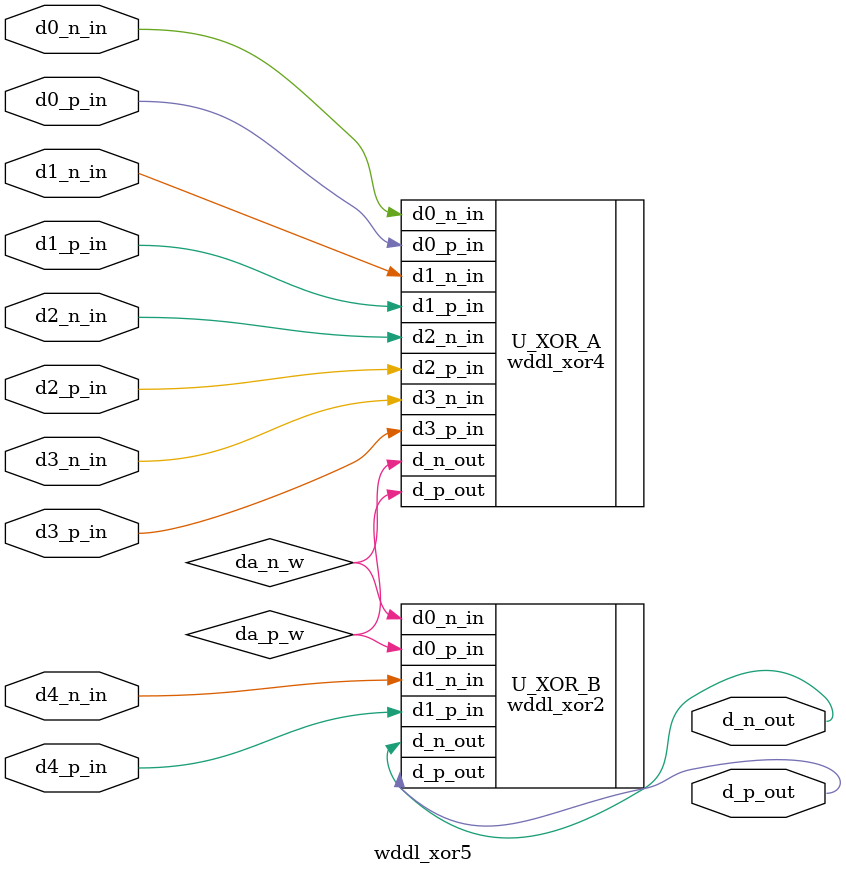
<source format=v>
module  wddl_xor5
(
 d0_p_in
,d0_n_in
,d1_p_in
,d1_n_in
,d2_p_in
,d2_n_in
,d3_p_in
,d3_n_in
,d4_p_in
,d4_n_in
,d_p_out
,d_n_out
);

parameter WIDTH      = 1;

input   [WIDTH-1 : 0]   d0_p_in, d0_n_in;
input   [WIDTH-1 : 0]   d1_p_in, d1_n_in;
input   [WIDTH-1 : 0]   d2_p_in, d2_n_in;
input   [WIDTH-1 : 0]   d3_p_in, d3_n_in;
input   [WIDTH-1 : 0]   d4_p_in, d4_n_in;
output  [WIDTH-1 : 0]   d_p_out, d_n_out;

wire    [WIDTH-1 : 0]   da_p_w, da_n_w;



wddl_xor4 #(WIDTH)  U_XOR_A
(
 .d0_p_in   ( d0_p_in   )
,.d0_n_in   ( d0_n_in   )
,.d1_p_in   ( d1_p_in   )
,.d1_n_in   ( d1_n_in   )
,.d2_p_in   ( d2_p_in   )
,.d2_n_in   ( d2_n_in   )
,.d3_p_in   ( d3_p_in   )
,.d3_n_in   ( d3_n_in   )

,.d_p_out   ( da_p_w    )
,.d_n_out   ( da_n_w    )

);


wddl_xor2 #(WIDTH)    U_XOR_B
(
 .d0_p_in   ( da_p_w   )
,.d0_n_in   ( da_n_w   )
,.d1_p_in   ( d4_p_in   )
,.d1_n_in   ( d4_n_in   )
,.d_p_out   ( d_p_out    )
,.d_n_out   ( d_n_out    )
);


endmodule

</source>
